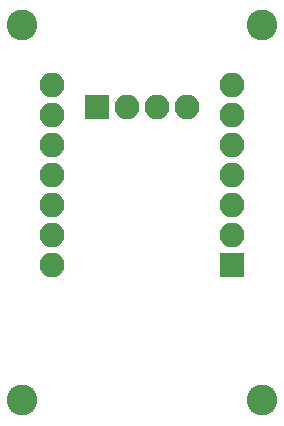
<source format=gts>
G04 #@! TF.GenerationSoftware,KiCad,Pcbnew,7.0.5-0*
G04 #@! TF.CreationDate,2024-01-10T22:08:28+09:00*
G04 #@! TF.ProjectId,Misawa_DistanceSensor,4d697361-7761-45f4-9469-7374616e6365,v0.3*
G04 #@! TF.SameCoordinates,Original*
G04 #@! TF.FileFunction,Soldermask,Top*
G04 #@! TF.FilePolarity,Negative*
%FSLAX46Y46*%
G04 Gerber Fmt 4.6, Leading zero omitted, Abs format (unit mm)*
G04 Created by KiCad (PCBNEW 7.0.5-0) date 2024-01-10 22:08:28*
%MOMM*%
%LPD*%
G01*
G04 APERTURE LIST*
G04 Aperture macros list*
%AMRoundRect*
0 Rectangle with rounded corners*
0 $1 Rounding radius*
0 $2 $3 $4 $5 $6 $7 $8 $9 X,Y pos of 4 corners*
0 Add a 4 corners polygon primitive as box body*
4,1,4,$2,$3,$4,$5,$6,$7,$8,$9,$2,$3,0*
0 Add four circle primitives for the rounded corners*
1,1,$1+$1,$2,$3*
1,1,$1+$1,$4,$5*
1,1,$1+$1,$6,$7*
1,1,$1+$1,$8,$9*
0 Add four rect primitives between the rounded corners*
20,1,$1+$1,$2,$3,$4,$5,0*
20,1,$1+$1,$4,$5,$6,$7,0*
20,1,$1+$1,$6,$7,$8,$9,0*
20,1,$1+$1,$8,$9,$2,$3,0*%
G04 Aperture macros list end*
%ADD10C,2.600000*%
%ADD11RoundRect,0.200000X-0.850000X-0.850000X0.850000X-0.850000X0.850000X0.850000X-0.850000X0.850000X0*%
%ADD12O,2.100000X2.100000*%
%ADD13RoundRect,0.200000X-0.850000X0.850000X-0.850000X-0.850000X0.850000X-0.850000X0.850000X0.850000X0*%
G04 APERTURE END LIST*
D10*
X106540000Y-130460000D03*
X126860000Y-130460000D03*
X126860000Y-98710000D03*
X106540000Y-98710000D03*
D11*
X124320000Y-119030000D03*
D12*
X124320000Y-116490000D03*
X124320000Y-113950000D03*
X124320000Y-111410000D03*
X124320000Y-108870000D03*
X124320000Y-106330000D03*
X124320000Y-103790000D03*
X109080000Y-103790000D03*
X109080000Y-106330000D03*
X109080000Y-108870000D03*
X109080000Y-111410000D03*
X109080000Y-113950000D03*
X109080000Y-116490000D03*
X109080000Y-119030000D03*
D13*
X112850000Y-105650000D03*
D12*
X115390000Y-105650000D03*
X117930000Y-105650000D03*
X120470000Y-105650000D03*
M02*

</source>
